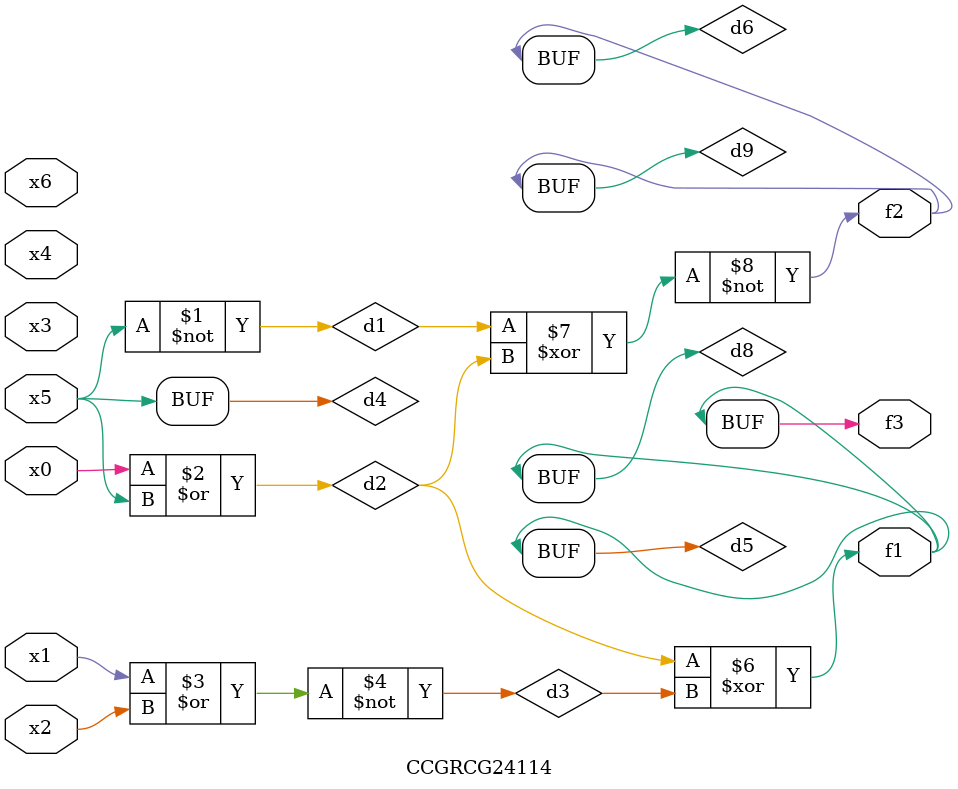
<source format=v>
module CCGRCG24114(
	input x0, x1, x2, x3, x4, x5, x6,
	output f1, f2, f3
);

	wire d1, d2, d3, d4, d5, d6, d7, d8, d9;

	nand (d1, x5);
	or (d2, x0, x5);
	nor (d3, x1, x2);
	xnor (d4, d1);
	xor (d5, d2, d3);
	xnor (d6, d1, d2);
	not (d7, x4);
	buf (d8, d5);
	xor (d9, d6);
	assign f1 = d8;
	assign f2 = d9;
	assign f3 = d8;
endmodule

</source>
